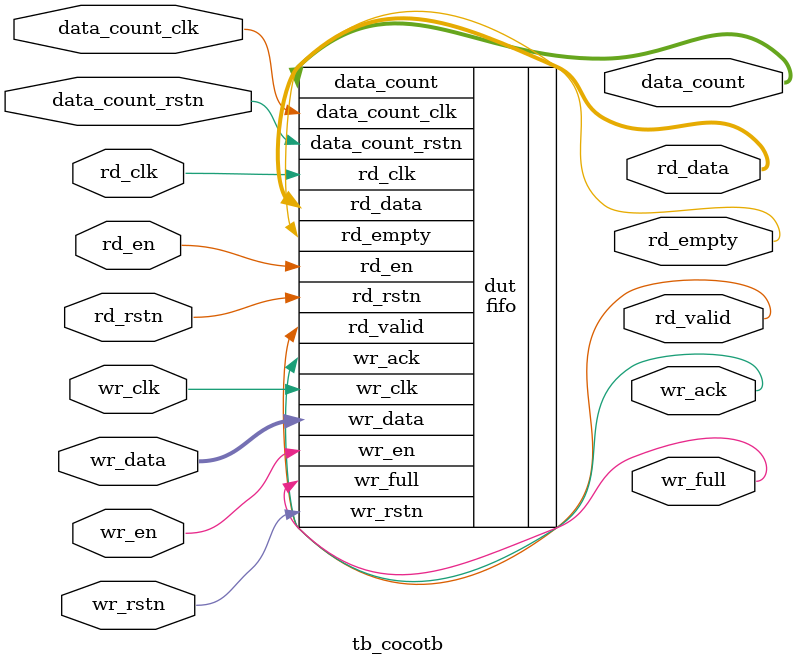
<source format=v>

`timescale 1ns/100ps

/*
 * Module: tb_cocotb
 *
 * Wrapper to interface with dut, FIFO
 *
 * Parameters:
 *
 *    FIFO_DEPTH    - Depth of the fifo, must be a power of two number(divisable aka 256 = 2^8). Any non-power of two will be rounded up to the next closest.
 *    BYTE_WIDTH    - How many bytes wide the data in/out will be.
 *    COUNT_WIDTH   - Data count output width in bits. Should be the same power of two as fifo depth(256 for fifo depth... this should be 8).
 *    FWFT          - 1 for first word fall through mode. 0 for normal.
 *    RD_SYNC_DEPTH - Add in pipelining to read path. Defaults to 0.
 *    WR_SYNC_DEPTH - Add in pipelining to write path. Defaults to 0.
 *    DC_SYNC_DEPTH - Add in pipelining to data count path. Defaults to 0.
 *    COUNT_DELAY   - Delay count by one clock cycle of the data count clock. Set this to 0 to disable (only disable if read/write/data_count are on the same clock domain!).
 *    COUNT_ENA     - Enable the count output.
 *    DATA_ZERO     - Zero out data output when enabled.
 *    ACK_ENA       - Enable an ack when data is requested.
 *    RAM_TYPE      - Set the RAM type of the fifo.
 *
 * Ports:
 *
 *    rd_clk            - Clock for read data
 *    rd_rstn           - Negative edge reset for read.
 *    rd_en             - Active high enable of read interface.
 *    rd_valid          - Active high output that the data is valid.
 *    rd_data           - Output data
 *    rd_empty          - Active high output when read is empty.
 *    wr_clk            - Clock for write data
 *    wr_rstn           - Negative edge reset for write
 *    wr_en             - Active high enable of write interface.
 *    wr_ack            - Active high when enabled, that data write has been done.
 *    wr_data           - Input data
 *    wr_full           - Active high output that the FIFO is full.
 *    data_count_clk    - Clock for data count
 *    data_count_rstn   - Negative edge reset for data count.
 *    data_count        - Output that indicates the amount of data in the FIFO.
 */
module tb_cocotb #(
    parameter FIFO_DEPTH    = 256,
    parameter BYTE_WIDTH    = 1,
    parameter COUNT_WIDTH   = 8,
    parameter FWFT          = 0,
    parameter RD_SYNC_DEPTH = 8,
    parameter WR_SYNC_DEPTH = 8,
    parameter DC_SYNC_DEPTH = 0,
    parameter COUNT_DELAY   = 1,
    parameter COUNT_ENA     = 1,
    parameter DATA_ZERO     = 0,
    parameter ACK_ENA       = 1,
    parameter RAM_TYPE      = "block"
  )
  (
    input                         rd_clk,
    input                         rd_rstn,
    input                         rd_en,
    output                        rd_valid,
    output  [(BYTE_WIDTH*8)-1:0]  rd_data,
    output                        rd_empty,
    input                         wr_clk,
    input                         wr_rstn,
    input                         wr_en,
    output                        wr_ack,
    input   [(BYTE_WIDTH*8)-1:0]  wr_data,
    output                        wr_full,
    input                         data_count_clk,
    input                         data_count_rstn,
    output  [COUNT_WIDTH:0]       data_count
  );
  // fst dump command
  initial begin
    $dumpfile ("tb_cocotb.fst");
    $dumpvars (0, tb_cocotb);
    #1;
  end
  
  //Group: Instantiated Modules

  /*
   * Module: dut
   *
   * Device under test,fifo
   */
  fifo #(
    .FIFO_DEPTH(FIFO_DEPTH),
    .BYTE_WIDTH(BYTE_WIDTH),
    .COUNT_WIDTH(COUNT_WIDTH),
    .FWFT(FWFT),
    .RD_SYNC_DEPTH(RD_SYNC_DEPTH),
    .WR_SYNC_DEPTH(WR_SYNC_DEPTH),
    .DC_SYNC_DEPTH(DC_SYNC_DEPTH),
    .COUNT_DELAY(COUNT_DELAY),
    .COUNT_ENA(COUNT_ENA),
    .DATA_ZERO(DATA_ZERO),
    .ACK_ENA(ACK_ENA),
    .RAM_TYPE(RAM_TYPE)
  ) dut (
    .wr_clk(wr_clk),
    .wr_rstn(wr_rstn),
    .wr_en(wr_en),
    .wr_ack(wr_ack),
    .wr_data(wr_data),
    .wr_full(wr_full),
    .rd_clk(rd_clk),
    .rd_rstn(rd_rstn),
    .rd_en(rd_en),
    .rd_valid(rd_valid),
    .rd_data(rd_data),
    .rd_empty(rd_empty),
    .data_count_clk(data_count_clk),
    .data_count_rstn(data_count_rstn),
    .data_count(data_count)
  );
  
endmodule


</source>
